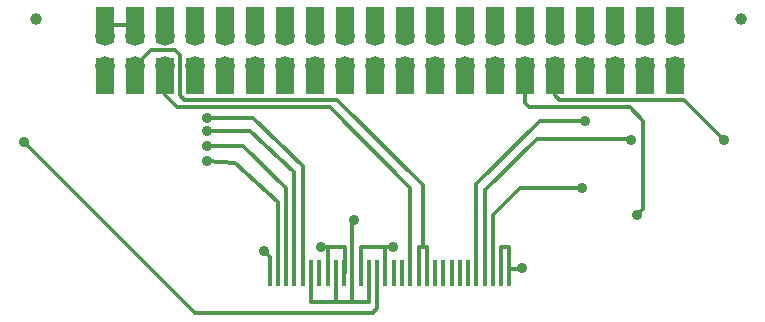
<source format=gbr>
G04 EAGLE Gerber RS-274X export*
G75*
%MOMM*%
%FSLAX34Y34*%
%LPD*%
%INBottom Copper*%
%IPPOS*%
%AMOC8*
5,1,8,0,0,1.08239X$1,22.5*%
G01*
%ADD10R,0.350000X2.200000*%
%ADD11R,1.524000X3.048000*%
%ADD12C,1.676400*%
%ADD13C,1.000000*%
%ADD14C,0.304800*%
%ADD15C,0.906400*%


D10*
X223620Y76740D03*
X230620Y76740D03*
X237620Y76740D03*
X244620Y76740D03*
X251620Y76740D03*
X258620Y76740D03*
X265620Y76740D03*
X272620Y76740D03*
X279620Y76740D03*
X286620Y76740D03*
X293620Y76740D03*
X300620Y76740D03*
X307620Y76740D03*
X314620Y76740D03*
X321620Y76740D03*
X328620Y76740D03*
X335620Y76740D03*
X342620Y76740D03*
X349620Y76740D03*
X356620Y76740D03*
X363620Y76740D03*
X370620Y76740D03*
X377620Y76740D03*
X384620Y76740D03*
X391620Y76740D03*
X398620Y76740D03*
X405620Y76740D03*
X412620Y76740D03*
X419620Y76740D03*
X426620Y76740D03*
D11*
X83950Y243394D03*
X83950Y286574D03*
X109350Y243394D03*
X109350Y286574D03*
X134750Y286574D03*
X134750Y243394D03*
X160150Y286574D03*
X160150Y243394D03*
X185550Y286574D03*
X185550Y243394D03*
X210950Y286574D03*
X210950Y243394D03*
X236350Y286574D03*
X236350Y243394D03*
X261750Y286574D03*
X261750Y243394D03*
X287150Y286574D03*
X287150Y243394D03*
X312550Y286574D03*
X312550Y243394D03*
X337950Y286574D03*
X337950Y243394D03*
X363350Y286574D03*
X363350Y243394D03*
X388750Y286574D03*
X388750Y243394D03*
X414150Y286574D03*
X414150Y243394D03*
X439550Y286574D03*
X439550Y243394D03*
X464950Y286574D03*
X464950Y243394D03*
X490350Y286574D03*
X490350Y243394D03*
X515750Y286574D03*
X515750Y243394D03*
X541150Y286574D03*
X541150Y243394D03*
X566550Y286574D03*
X566550Y243394D03*
D12*
X83954Y252300D03*
X83954Y277700D03*
X109354Y252300D03*
X109354Y277700D03*
X134754Y252300D03*
X134754Y277700D03*
X160154Y252300D03*
X160154Y277700D03*
X185554Y252300D03*
X185554Y277700D03*
X210954Y252300D03*
X210954Y277700D03*
X236354Y252300D03*
X236354Y277700D03*
X261754Y252300D03*
X261754Y277700D03*
X287154Y252300D03*
X287154Y277700D03*
X312554Y252300D03*
X312554Y277700D03*
X337954Y252300D03*
X337954Y277700D03*
X363354Y252300D03*
X363354Y277700D03*
X388754Y252300D03*
X388754Y277700D03*
X414154Y252300D03*
X414154Y277700D03*
X439554Y252300D03*
X439554Y277700D03*
X464954Y252300D03*
X464954Y277700D03*
X490354Y252300D03*
X490354Y277700D03*
X515754Y252300D03*
X515754Y277700D03*
X541154Y252300D03*
X541154Y277700D03*
X566554Y252300D03*
X566554Y277700D03*
D13*
X25654Y292100D03*
X622554Y292100D03*
D14*
X134754Y243398D02*
X134750Y243394D01*
X134754Y243398D02*
X134754Y252300D01*
X134750Y243394D02*
X134750Y227200D01*
X144780Y217170D01*
X274320Y217170D01*
X342620Y148870D01*
X342620Y76740D01*
X109354Y243398D02*
X109350Y243394D01*
X109354Y243398D02*
X109354Y252300D01*
X349620Y99060D02*
X349620Y76740D01*
X349620Y99060D02*
X353060Y99060D01*
X356620Y99060D01*
X356620Y76740D01*
X109350Y243394D02*
X109350Y251590D01*
X123190Y265430D01*
X143510Y265430D01*
X147320Y261620D01*
X147320Y227330D01*
X151130Y223520D01*
X280670Y223520D01*
X353060Y151130D01*
X353060Y99060D01*
X134754Y286570D02*
X134750Y286574D01*
X134754Y286570D02*
X134754Y277700D01*
X236350Y286574D02*
X236354Y286570D01*
X236354Y277700D01*
X388750Y243394D02*
X388754Y243398D01*
X388754Y252300D01*
X490350Y286574D02*
X490354Y286570D01*
X490354Y277700D01*
X439554Y286570D02*
X439550Y286574D01*
X439554Y286570D02*
X439554Y277700D01*
X312554Y286570D02*
X312550Y286574D01*
X312554Y286570D02*
X312554Y277700D01*
X566550Y243394D02*
X566554Y243398D01*
X566554Y252300D01*
X185554Y243398D02*
X185550Y243394D01*
X185554Y243398D02*
X185554Y252300D01*
X223620Y90070D02*
X223620Y76740D01*
X223620Y90070D02*
X218440Y95250D01*
D15*
X218440Y95250D03*
D14*
X272620Y99060D02*
X272620Y76740D01*
X272620Y99060D02*
X287020Y99060D01*
X287020Y76740D01*
X286620Y76740D01*
X300620Y76740D02*
X300620Y99060D01*
X321620Y99060D01*
X321620Y76740D01*
X272620Y99060D02*
X266700Y99060D01*
D15*
X266700Y99060D03*
D14*
X321620Y99060D02*
X327660Y99060D01*
D15*
X327660Y99060D03*
D14*
X426620Y80368D02*
X426620Y76740D01*
X426620Y80368D02*
X426620Y99060D01*
X419620Y99060D01*
X419620Y76740D01*
X426620Y80368D02*
X436880Y80368D01*
X436880Y81280D01*
D15*
X436880Y81280D03*
X15240Y187960D03*
D14*
X160020Y43180D01*
X311150Y43180D01*
X314620Y46650D01*
X314620Y76740D01*
X287150Y243394D02*
X287154Y243398D01*
X287154Y252300D01*
X83954Y243398D02*
X83950Y243394D01*
X83954Y243398D02*
X83954Y252300D01*
X258620Y76740D02*
X258620Y52070D01*
X279620Y52070D01*
X293370Y52070D01*
X307620Y52070D01*
X307620Y76740D01*
X279620Y76740D02*
X279620Y52070D01*
X293370Y52070D02*
X293400Y52072D01*
X293430Y52077D01*
X293459Y52086D01*
X293486Y52099D01*
X293512Y52114D01*
X293536Y52133D01*
X293557Y52154D01*
X293576Y52178D01*
X293591Y52204D01*
X293604Y52231D01*
X293613Y52260D01*
X293618Y52290D01*
X293620Y52320D01*
X293620Y76740D01*
X287020Y243264D02*
X287150Y243394D01*
D15*
X294640Y121920D03*
D14*
X293620Y120900D01*
X293620Y76740D01*
X398620Y76740D02*
X398620Y152240D01*
X452120Y205740D01*
X490220Y205740D01*
D15*
X490220Y205740D03*
X170180Y171450D03*
D14*
X194310Y170180D01*
X230620Y136410D01*
X230620Y76740D01*
X237620Y76740D02*
X237620Y148460D01*
X200660Y184150D01*
X170180Y184150D01*
D15*
X170180Y184150D03*
D14*
X244620Y161780D02*
X244620Y76740D01*
X244620Y161780D02*
X207010Y196850D01*
X170180Y196850D01*
D15*
X170180Y196850D03*
D14*
X251620Y164940D02*
X251620Y76740D01*
X251620Y164940D02*
X251460Y167640D01*
X209550Y208280D01*
X170180Y208280D01*
D15*
X170180Y208280D03*
D14*
X412620Y125600D02*
X412620Y76740D01*
X412620Y125600D02*
X435610Y148590D01*
X487680Y148590D01*
D15*
X487680Y148590D03*
D14*
X405620Y146540D02*
X405620Y76740D01*
X405620Y146540D02*
X449580Y190500D01*
X528320Y190500D01*
X529590Y189230D01*
D15*
X529590Y189230D03*
D14*
X83954Y286570D02*
X83950Y286574D01*
X83954Y286570D02*
X83954Y277700D01*
X109350Y286574D02*
X109354Y286570D01*
X109354Y277700D01*
X109350Y286574D02*
X83950Y286574D01*
X261750Y286574D02*
X261754Y286570D01*
X261754Y277700D01*
X210954Y243398D02*
X210950Y243394D01*
X210954Y243398D02*
X210954Y252300D01*
X236350Y243394D02*
X236354Y243398D01*
X236354Y252300D01*
X261750Y243394D02*
X261754Y243398D01*
X261754Y252300D01*
X160154Y243398D02*
X160150Y243394D01*
X160154Y243398D02*
X160154Y252300D01*
X439550Y243394D02*
X439554Y243398D01*
X439554Y252300D01*
X439550Y243394D02*
X439550Y220850D01*
X443230Y217170D01*
X528320Y217170D01*
X539750Y205740D01*
X539750Y130810D01*
X534670Y125730D01*
D15*
X534670Y125730D03*
D14*
X464950Y243394D02*
X464954Y243398D01*
X464954Y252300D01*
X464950Y243394D02*
X464950Y227200D01*
X468630Y223520D01*
X574040Y223520D01*
X608330Y189230D01*
D15*
X608330Y189230D03*
M02*

</source>
